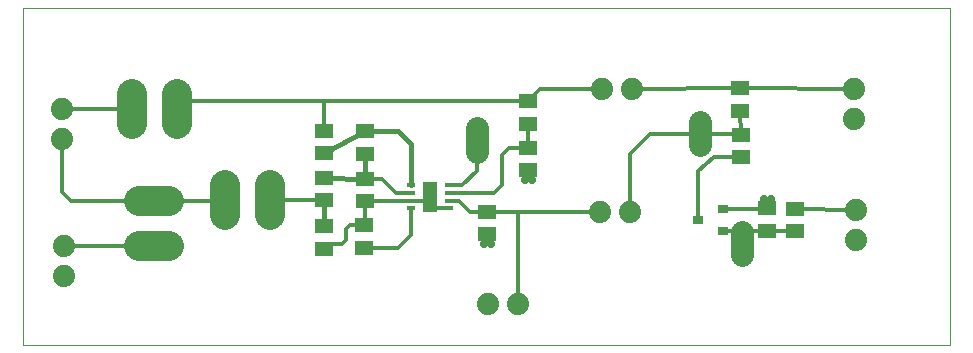
<source format=gtl>
G75*
%MOIN*%
%OFA0B0*%
%FSLAX25Y25*%
%IPPOS*%
%LPD*%
%AMOC8*
5,1,8,0,0,1.08239X$1,22.5*
%
%ADD10C,0.00000*%
%ADD11R,0.05906X0.05118*%
%ADD12C,0.07400*%
%ADD13R,0.03543X0.03150*%
%ADD14R,0.06299X0.05118*%
%ADD15C,0.10050*%
%ADD16C,0.07800*%
%ADD17R,0.02756X0.01575*%
%ADD18R,0.05000X0.10000*%
%ADD19C,0.01200*%
%ADD20C,0.02781*%
%ADD21C,0.01600*%
D10*
X0006800Y0006800D02*
X0006800Y0119005D01*
X0315855Y0119005D01*
X0315855Y0006800D01*
X0006800Y0006800D01*
D11*
X0107194Y0038769D03*
X0107194Y0046249D03*
X0107194Y0054831D03*
X0107194Y0062312D03*
X0107194Y0070501D03*
X0107194Y0077981D03*
X0120580Y0077902D03*
X0120580Y0070422D03*
X0120580Y0062154D03*
X0120580Y0054674D03*
X0120383Y0046524D03*
X0120383Y0039044D03*
X0161249Y0043493D03*
X0161249Y0050973D03*
X0174910Y0064910D03*
X0174910Y0072391D03*
X0175107Y0080383D03*
X0175107Y0087863D03*
X0245776Y0084753D03*
X0245973Y0076721D03*
X0245973Y0069241D03*
X0245776Y0092233D03*
D12*
X0209792Y0091957D03*
X0199792Y0091957D03*
X0199005Y0051013D03*
X0209005Y0051013D03*
X0171643Y0020383D03*
X0161643Y0020383D03*
X0284320Y0041800D03*
X0284320Y0051800D03*
X0283887Y0082154D03*
X0283887Y0092154D03*
X0019713Y0085422D03*
X0019713Y0075422D03*
X0020304Y0039713D03*
X0020304Y0029713D03*
D13*
X0231721Y0048296D03*
X0239989Y0044556D03*
X0239989Y0052036D03*
D14*
X0254831Y0052272D03*
X0254831Y0044792D03*
X0264083Y0044595D03*
X0264083Y0052076D03*
D15*
X0088946Y0049925D02*
X0088946Y0059975D01*
X0073946Y0059975D02*
X0073946Y0049925D01*
X0055447Y0054772D02*
X0045397Y0054772D01*
X0045397Y0039772D02*
X0055447Y0039772D01*
X0058237Y0080240D02*
X0058237Y0090290D01*
X0043237Y0090290D02*
X0043237Y0080240D01*
D16*
X0158217Y0078850D02*
X0158217Y0071050D01*
X0232391Y0073176D02*
X0232391Y0080976D01*
X0246564Y0044361D02*
X0246564Y0036561D01*
D17*
X0148611Y0052233D03*
X0148611Y0054792D03*
X0148611Y0057351D03*
X0148611Y0059910D03*
X0136209Y0059910D03*
X0136209Y0057351D03*
X0136209Y0054792D03*
X0136209Y0052233D03*
D18*
X0142509Y0055973D03*
D19*
X0142627Y0056091D01*
X0142627Y0056997D01*
X0142469Y0054792D02*
X0142627Y0054635D01*
X0142469Y0054792D02*
X0136209Y0054792D01*
X0136091Y0054674D01*
X0120580Y0054674D01*
X0120580Y0046721D01*
X0120383Y0046524D01*
X0115619Y0046524D01*
X0114280Y0045186D01*
X0114280Y0041643D01*
X0113099Y0040461D01*
X0108887Y0040461D01*
X0107194Y0038769D01*
X0120383Y0039044D02*
X0131761Y0039044D01*
X0136131Y0043414D01*
X0136131Y0052154D01*
X0136209Y0052233D01*
X0142627Y0052272D02*
X0148572Y0052272D01*
X0148611Y0052233D01*
X0148611Y0054792D02*
X0151918Y0054792D01*
X0155619Y0051091D01*
X0161131Y0051091D01*
X0161249Y0050973D01*
X0170973Y0050973D01*
X0171643Y0050304D01*
X0171643Y0020383D01*
X0160343Y0040461D02*
X0161249Y0041367D01*
X0161249Y0043493D01*
X0170973Y0050973D02*
X0198965Y0050973D01*
X0199005Y0051013D01*
X0198926Y0051091D01*
X0209005Y0051013D02*
X0209005Y0070225D01*
X0215855Y0077076D01*
X0245619Y0077076D01*
X0245973Y0076721D01*
X0245776Y0084753D01*
X0245776Y0092233D02*
X0209792Y0091957D01*
X0199792Y0091957D02*
X0179202Y0091957D01*
X0175107Y0087863D01*
X0107784Y0087863D01*
X0107194Y0087272D01*
X0107194Y0077981D01*
X0107784Y0087863D02*
X0060835Y0087863D01*
X0058237Y0085265D01*
X0043237Y0085265D02*
X0019871Y0085265D01*
X0019713Y0085422D01*
X0019713Y0075422D02*
X0019713Y0057666D01*
X0022745Y0054635D01*
X0050284Y0054635D01*
X0050422Y0054772D01*
X0073769Y0054772D01*
X0073946Y0054950D01*
X0088946Y0054950D02*
X0107076Y0054950D01*
X0107194Y0054831D01*
X0120580Y0062154D02*
X0126249Y0062154D01*
X0131052Y0057351D01*
X0136209Y0057351D01*
X0148611Y0057351D02*
X0163650Y0057351D01*
X0166249Y0059950D01*
X0166249Y0069989D01*
X0168611Y0072351D01*
X0174871Y0072351D01*
X0174910Y0072391D01*
X0175107Y0072587D01*
X0175107Y0080383D01*
X0158217Y0074950D02*
X0157981Y0074713D01*
X0157981Y0064674D01*
X0153217Y0059910D01*
X0148611Y0059910D01*
X0173926Y0061721D02*
X0174910Y0062706D01*
X0174910Y0064910D01*
X0231800Y0064674D02*
X0231800Y0048375D01*
X0231721Y0048296D01*
X0239989Y0044556D02*
X0243650Y0044556D01*
X0246564Y0040461D01*
X0249280Y0044556D02*
X0239989Y0044556D01*
X0239989Y0052036D02*
X0249517Y0052036D01*
X0254831Y0052272D01*
X0254831Y0054044D01*
X0256013Y0055225D01*
X0264083Y0052076D02*
X0284320Y0051800D01*
X0264083Y0044595D02*
X0261131Y0044792D01*
X0254831Y0044792D01*
X0249280Y0044556D01*
X0231800Y0064674D02*
X0236957Y0069241D01*
X0245973Y0069241D01*
X0245776Y0092233D02*
X0283887Y0092154D01*
X0050422Y0039772D02*
X0020363Y0039772D01*
X0020304Y0039713D01*
D20*
X0142627Y0052272D03*
X0142627Y0054635D03*
X0142627Y0056997D03*
X0142627Y0059359D03*
X0160343Y0040461D03*
X0162706Y0040461D03*
X0173926Y0061721D03*
X0176288Y0061721D03*
X0253650Y0055225D03*
X0256013Y0055225D03*
D21*
X0136209Y0059910D02*
X0136131Y0059989D01*
X0136131Y0073532D01*
X0131761Y0077902D01*
X0120580Y0077902D01*
X0107194Y0070501D01*
X0107194Y0062312D02*
X0120580Y0062154D01*
X0120580Y0070422D01*
X0107194Y0054831D02*
X0107194Y0046249D01*
M02*

</source>
